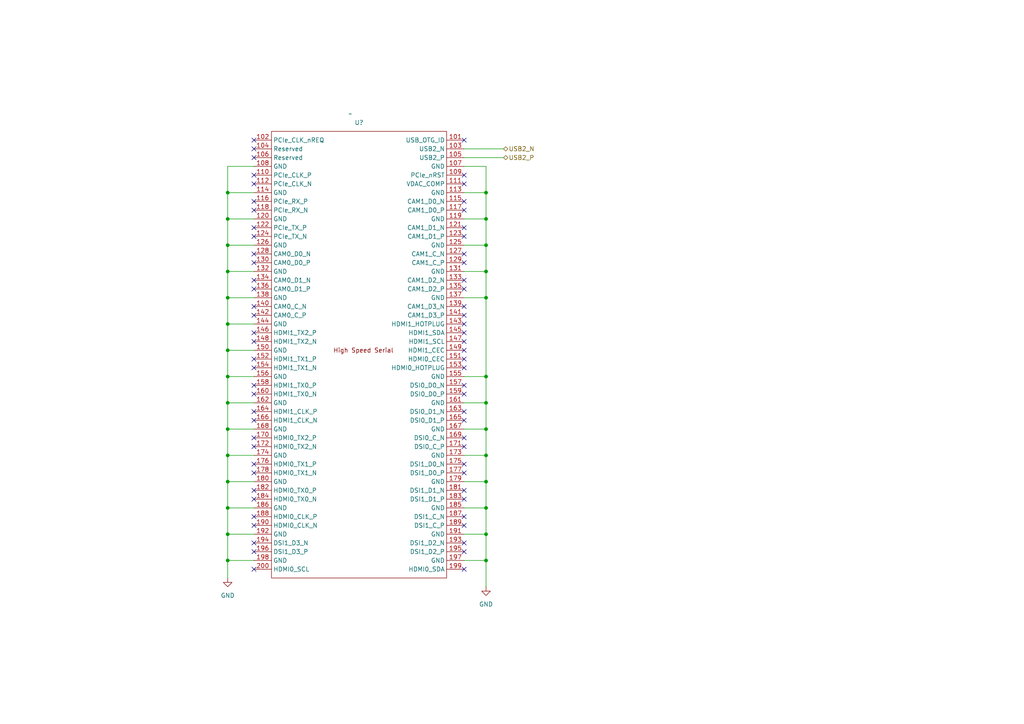
<source format=kicad_sch>
(kicad_sch (version 20230819) (generator eeschema)
  (paper "A4")
  (lib_symbols
    (symbol "Symbol:CM4_Connector_Unit_B"
      (property "Reference" "U" (at 0 0 0))
      (symbol "CM4_Connector_Unit_B_1_1"
        (rectangle (start -22.86 -134.62) (end 27.94 -5.08))
        (text "High Speed Serial" (at 3.81 -68.58 0) (effects (font (size 1.27 1.27))))
        (pin input line (at 33.02 -7.62 180) (length 5.08) (name "USB_OTG_ID") (number "101"))
        (pin input line (at -27.94 -7.62 0) (length 5.08) (name "PCIe_CLK_nREQ") (number "102"))
        (pin passive line (at 33.02 -10.16 180) (length 5.08) (name "USB2_N") (number "103"))
        (pin passive line (at -27.94 -10.16 0) (length 5.08) (name "Reserved") (number "104"))
        (pin passive line (at 33.02 -12.7 180) (length 5.08) (name "USB2_P") (number "105"))
        (pin passive line (at -27.94 -12.7 0) (length 5.08) (name "Reserved") (number "106"))
        (pin power_in line (at 33.02 -15.24 180) (length 5.08) (name "GND") (number "107"))
        (pin power_in line (at -27.94 -15.24 0) (length 5.08) (name "GND") (number "108"))
        (pin bidirectional line (at 33.02 -17.78 180) (length 5.08) (name "PCIe_nRST") (number "109"))
        (pin output line (at -27.94 -17.78 0) (length 5.08) (name "PCIe_CLK_P") (number "110"))
        (pin passive line (at 33.02 -20.32 180) (length 5.08) (name "VDAC_COMP") (number "111"))
        (pin output line (at -27.94 -20.32 0) (length 5.08) (name "PCIe_CLK_N") (number "112"))
        (pin power_in line (at 33.02 -22.86 180) (length 5.08) (name "GND") (number "113"))
        (pin power_in line (at -27.94 -22.86 0) (length 5.08) (name "GND") (number "114"))
        (pin input line (at 33.02 -25.4 180) (length 5.08) (name "CAM1_D0_N") (number "115"))
        (pin input line (at -27.94 -25.4 0) (length 5.08) (name "PCIe_RX_P") (number "116"))
        (pin input line (at 33.02 -27.94 180) (length 5.08) (name "CAM1_D0_P") (number "117"))
        (pin input line (at -27.94 -27.94 0) (length 5.08) (name "PCIe_RX_N") (number "118"))
        (pin power_in line (at 33.02 -30.48 180) (length 5.08) (name "GND") (number "119"))
        (pin power_in line (at -27.94 -30.48 0) (length 5.08) (name "GND") (number "120"))
        (pin input line (at 33.02 -33.02 180) (length 5.08) (name "CAM1_D1_N") (number "121"))
        (pin output line (at -27.94 -33.02 0) (length 5.08) (name "PCIe_TX_P") (number "122"))
        (pin input line (at 33.02 -35.56 180) (length 5.08) (name "CAM1_D1_P") (number "123"))
        (pin output line (at -27.94 -35.56 0) (length 5.08) (name "PCIe_TX_N") (number "124"))
        (pin power_in line (at 33.02 -38.1 180) (length 5.08) (name "GND") (number "125"))
        (pin power_in line (at -27.94 -38.1 0) (length 5.08) (name "GND") (number "126"))
        (pin input line (at 33.02 -40.64 180) (length 5.08) (name "CAM1_C_N") (number "127"))
        (pin input line (at -27.94 -40.64 0) (length 5.08) (name "CAM0_D0_N") (number "128"))
        (pin input line (at 33.02 -43.18 180) (length 5.08) (name "CAM1_C_P") (number "129"))
        (pin input line (at -27.94 -43.18 0) (length 5.08) (name "CAM0_D0_P") (number "130"))
        (pin power_in line (at 33.02 -45.72 180) (length 5.08) (name "GND") (number "131"))
        (pin power_in line (at -27.94 -45.72 0) (length 5.08) (name "GND") (number "132"))
        (pin input line (at 33.02 -48.26 180) (length 5.08) (name "CAM1_D2_N") (number "133"))
        (pin input line (at -27.94 -48.26 0) (length 5.08) (name "CAM0_D1_N") (number "134"))
        (pin input line (at 33.02 -50.8 180) (length 5.08) (name "CAM1_D2_P") (number "135"))
        (pin input line (at -27.94 -50.8 0) (length 5.08) (name "CAM0_D1_P") (number "136"))
        (pin power_in line (at 33.02 -53.34 180) (length 5.08) (name "GND") (number "137"))
        (pin power_in line (at -27.94 -53.34 0) (length 5.08) (name "GND") (number "138"))
        (pin input line (at 33.02 -55.88 180) (length 5.08) (name "CAM1_D3_N") (number "139"))
        (pin input line (at -27.94 -55.88 0) (length 5.08) (name "CAM0_C_N") (number "140"))
        (pin input line (at 33.02 -58.42 180) (length 5.08) (name "CAM1_D3_P") (number "141"))
        (pin input line (at -27.94 -58.42 0) (length 5.08) (name "CAM0_C_P") (number "142"))
        (pin input line (at 33.02 -60.96 180) (length 5.08) (name "HDMI1_HOTPLUG") (number "143"))
        (pin power_in line (at -27.94 -60.96 0) (length 5.08) (name "GND") (number "144"))
        (pin bidirectional line (at 33.02 -63.5 180) (length 5.08) (name "HDMI1_SDA") (number "145"))
        (pin output line (at -27.94 -63.5 0) (length 5.08) (name "HDMI1_TX2_P") (number "146"))
        (pin open_collector line (at 33.02 -66.04 180) (length 5.08) (name "HDMI1_SCL") (number "147"))
        (pin output line (at -27.94 -66.04 0) (length 5.08) (name "HDMI1_TX2_N") (number "148"))
        (pin open_collector line (at 33.02 -68.58 180) (length 5.08) (name "HDMI1_CEC") (number "149"))
        (pin power_in line (at -27.94 -68.58 0) (length 5.08) (name "GND") (number "150"))
        (pin open_collector line (at 33.02 -71.12 180) (length 5.08) (name "HDMI0_CEC") (number "151"))
        (pin output line (at -27.94 -71.12 0) (length 5.08) (name "HDMI1_TX1_P") (number "152"))
        (pin input line (at 33.02 -73.66 180) (length 5.08) (name "HDMI0_HOTPLUG") (number "153"))
        (pin output line (at -27.94 -73.66 0) (length 5.08) (name "HDMI1_TX1_N") (number "154"))
        (pin power_in line (at 33.02 -76.2 180) (length 5.08) (name "GND") (number "155"))
        (pin power_in line (at -27.94 -76.2 0) (length 5.08) (name "GND") (number "156"))
        (pin output line (at 33.02 -78.74 180) (length 5.08) (name "DSI0_D0_N") (number "157"))
        (pin output line (at -27.94 -78.74 0) (length 5.08) (name "HDMI1_TX0_P") (number "158"))
        (pin output line (at 33.02 -81.28 180) (length 5.08) (name "DSI0_D0_P") (number "159"))
        (pin output line (at -27.94 -81.28 0) (length 5.08) (name "HDMI1_TX0_N") (number "160"))
        (pin power_in line (at 33.02 -83.82 180) (length 5.08) (name "GND") (number "161"))
        (pin power_in line (at -27.94 -83.82 0) (length 5.08) (name "GND") (number "162"))
        (pin output line (at 33.02 -86.36 180) (length 5.08) (name "DSI0_D1_N") (number "163"))
        (pin output line (at -27.94 -86.36 0) (length 5.08) (name "HDMI1_CLK_P") (number "164"))
        (pin output line (at 33.02 -88.9 180) (length 5.08) (name "DSI0_D1_P") (number "165"))
        (pin output line (at -27.94 -88.9 0) (length 5.08) (name "HDMI1_CLK_N") (number "166"))
        (pin power_in line (at 33.02 -91.44 180) (length 5.08) (name "GND") (number "167"))
        (pin power_in line (at -27.94 -91.44 0) (length 5.08) (name "GND") (number "168"))
        (pin output line (at 33.02 -93.98 180) (length 5.08) (name "DSI0_C_N") (number "169"))
        (pin output line (at -27.94 -93.98 0) (length 5.08) (name "HDMI0_TX2_P") (number "170"))
        (pin output line (at 33.02 -96.52 180) (length 5.08) (name "DSI0_C_P") (number "171"))
        (pin output line (at -27.94 -96.52 0) (length 5.08) (name "HDMI0_TX2_N") (number "172"))
        (pin power_in line (at 33.02 -99.06 180) (length 5.08) (name "GND") (number "173"))
        (pin power_in line (at -27.94 -99.06 0) (length 5.08) (name "GND") (number "174"))
        (pin output line (at 33.02 -101.6 180) (length 5.08) (name "DSI1_D0_N") (number "175"))
        (pin output line (at -27.94 -101.6 0) (length 5.08) (name "HDMI0_TX1_P") (number "176"))
        (pin output line (at 33.02 -104.14 180) (length 5.08) (name "DSI1_D0_P") (number "177"))
        (pin output line (at -27.94 -104.14 0) (length 5.08) (name "HDMI0_TX1_N") (number "178"))
        (pin power_in line (at 33.02 -106.68 180) (length 5.08) (name "GND") (number "179"))
        (pin power_in line (at -27.94 -106.68 0) (length 5.08) (name "GND") (number "180"))
        (pin output line (at 33.02 -109.22 180) (length 5.08) (name "DSI1_D1_N") (number "181"))
        (pin output line (at -27.94 -109.22 0) (length 5.08) (name "HDMI0_TX0_P") (number "182"))
        (pin output line (at 33.02 -111.76 180) (length 5.08) (name "DSI1_D1_P") (number "183"))
        (pin output line (at -27.94 -111.76 0) (length 5.08) (name "HDMI0_TX0_N") (number "184"))
        (pin power_in line (at 33.02 -114.3 180) (length 5.08) (name "GND") (number "185"))
        (pin power_in line (at -27.94 -114.3 0) (length 5.08) (name "GND") (number "186"))
        (pin output line (at 33.02 -116.84 180) (length 5.08) (name "DSI1_C_N") (number "187"))
        (pin output line (at -27.94 -116.84 0) (length 5.08) (name "HDMI0_CLK_P") (number "188"))
        (pin output line (at 33.02 -119.38 180) (length 5.08) (name "DSI1_C_P") (number "189"))
        (pin output line (at -27.94 -119.38 0) (length 5.08) (name "HDMI0_CLK_N") (number "190"))
        (pin power_in line (at 33.02 -121.92 180) (length 5.08) (name "GND") (number "191"))
        (pin power_in line (at -27.94 -121.92 0) (length 5.08) (name "GND") (number "192"))
        (pin output line (at 33.02 -124.46 180) (length 5.08) (name "DSI1_D2_N") (number "193"))
        (pin output line (at -27.94 -124.46 0) (length 5.08) (name "DSI1_D3_N") (number "194"))
        (pin output line (at 33.02 -127 180) (length 5.08) (name "DSI1_D2_P") (number "195"))
        (pin output line (at -27.94 -127 0) (length 5.08) (name "DSI1_D3_P") (number "196"))
        (pin power_in line (at 33.02 -129.54 180) (length 5.08) (name "GND") (number "197"))
        (pin power_in line (at -27.94 -129.54 0) (length 5.08) (name "GND") (number "198"))
        (pin bidirectional line (at 33.02 -132.08 180) (length 5.08) (name "HDMI0_SDA") (number "199"))
        (pin open_collector line (at -27.94 -132.08 0) (length 5.08) (name "HDMI0_SCL") (number "200"))
      )
    )
    (symbol "power:GND" (power) (pin_names (offset 0))
      (property "Value" "GND" (at 0 -3.81 0))
      (symbol "GND_0_1"
        (polyline (pts (xy 0 0) (xy 0 -1.27) (xy 1.27 -1.27) (xy 0 -2.54) (xy -1.27 -1.27) (xy 0 -1.27)))
      )
      (symbol "GND_1_1"
        (pin power_in line (at 0 0 270) (length 0) hide (name "GND") (number "1"))
      )
    )
  )
  (junction (at 66.04 71.12))
  (junction (at 66.04 147.32))
  (junction (at 66.04 55.88))
  (junction (at 140.97 154.94))
  (junction (at 66.04 78.74))
  (junction (at 140.97 132.08))
  (junction (at 66.04 154.94))
  (junction (at 66.04 132.08))
  (junction (at 140.97 162.56))
  (junction (at 140.97 124.46))
  (junction (at 66.04 86.36))
  (junction (at 140.97 86.36))
  (junction (at 140.97 116.84))
  (junction (at 66.04 116.84))
  (junction (at 66.04 93.98))
  (junction (at 140.97 147.32))
  (junction (at 66.04 124.46))
  (junction (at 140.97 71.12))
  (junction (at 140.97 63.5))
  (junction (at 66.04 162.56))
  (junction (at 140.97 139.7))
  (junction (at 66.04 101.6))
  (junction (at 140.97 109.22))
  (junction (at 140.97 78.74))
  (junction (at 140.97 55.88))
  (junction (at 66.04 139.7))
  (junction (at 66.04 63.5))
  (junction (at 66.04 109.22))
  (no_connect (at 73.66 68.58))
  (no_connect (at 73.66 114.3))
  (no_connect (at 73.66 157.48))
  (no_connect (at 134.62 50.8))
  (no_connect (at 73.66 142.24))
  (no_connect (at 134.62 165.1))
  (no_connect (at 73.66 81.28))
  (no_connect (at 73.66 73.66))
  (no_connect (at 134.62 129.54))
  (no_connect (at 134.62 104.14))
  (no_connect (at 134.62 137.16))
  (no_connect (at 134.62 73.66))
  (no_connect (at 73.66 66.04))
  (no_connect (at 134.62 99.06))
  (no_connect (at 73.66 111.76))
  (no_connect (at 73.66 83.82))
  (no_connect (at 134.62 91.44))
  (no_connect (at 134.62 111.76))
  (no_connect (at 73.66 50.8))
  (no_connect (at 73.66 121.92))
  (no_connect (at 73.66 53.34))
  (no_connect (at 134.62 152.4))
  (no_connect (at 73.66 160.02))
  (no_connect (at 134.62 106.68))
  (no_connect (at 134.62 144.78))
  (no_connect (at 134.62 114.3))
  (no_connect (at 73.66 106.68))
  (no_connect (at 73.66 134.62))
  (no_connect (at 73.66 137.16))
  (no_connect (at 134.62 93.98))
  (no_connect (at 73.66 60.96))
  (no_connect (at 73.66 104.14))
  (no_connect (at 73.66 127))
  (no_connect (at 134.62 101.6))
  (no_connect (at 134.62 40.64))
  (no_connect (at 134.62 53.34))
  (no_connect (at 134.62 60.96))
  (no_connect (at 134.62 134.62))
  (no_connect (at 73.66 45.72))
  (no_connect (at 134.62 83.82))
  (no_connect (at 134.62 127))
  (no_connect (at 73.66 43.18))
  (no_connect (at 134.62 121.92))
  (no_connect (at 73.66 165.1))
  (no_connect (at 73.66 129.54))
  (no_connect (at 73.66 119.38))
  (no_connect (at 134.62 66.04))
  (no_connect (at 73.66 88.9))
  (no_connect (at 134.62 157.48))
  (no_connect (at 73.66 40.64))
  (no_connect (at 73.66 99.06))
  (no_connect (at 134.62 81.28))
  (no_connect (at 134.62 149.86))
  (no_connect (at 134.62 142.24))
  (no_connect (at 134.62 88.9))
  (no_connect (at 73.66 58.42))
  (no_connect (at 134.62 76.2))
  (no_connect (at 73.66 96.52))
  (no_connect (at 73.66 76.2))
  (no_connect (at 134.62 58.42))
  (no_connect (at 73.66 152.4))
  (no_connect (at 73.66 91.44))
  (no_connect (at 73.66 144.78))
  (no_connect (at 134.62 160.02))
  (no_connect (at 134.62 68.58))
  (no_connect (at 73.66 149.86))
  (no_connect (at 134.62 119.38))
  (no_connect (at 134.62 96.52))
  (wire (pts (xy 66.04 116.84) (xy 66.04 124.46)))
  (wire (pts (xy 134.62 139.7) (xy 140.97 139.7)))
  (wire (pts (xy 66.04 86.36) (xy 66.04 93.98)))
  (wire (pts (xy 66.04 132.08) (xy 66.04 139.7)))
  (wire (pts (xy 140.97 86.36) (xy 140.97 109.22)))
  (wire (pts (xy 73.66 154.94) (xy 66.04 154.94)))
  (wire (pts (xy 66.04 147.32) (xy 66.04 154.94)))
  (wire (pts (xy 66.04 55.88) (xy 66.04 63.5)))
  (wire (pts (xy 140.97 147.32) (xy 140.97 154.94)))
  (wire (pts (xy 140.97 48.26) (xy 140.97 55.88)))
  (wire (pts (xy 134.62 162.56) (xy 140.97 162.56)))
  (wire (pts (xy 66.04 93.98) (xy 66.04 101.6)))
  (wire (pts (xy 140.97 154.94) (xy 140.97 162.56)))
  (wire (pts (xy 66.04 63.5) (xy 66.04 71.12)))
  (wire (pts (xy 134.62 147.32) (xy 140.97 147.32)))
  (wire (pts (xy 66.04 109.22) (xy 66.04 116.84)))
  (wire (pts (xy 140.97 55.88) (xy 140.97 63.5)))
  (wire (pts (xy 134.62 48.26) (xy 140.97 48.26)))
  (wire (pts (xy 140.97 116.84) (xy 140.97 124.46)))
  (wire (pts (xy 66.04 48.26) (xy 66.04 55.88)))
  (wire (pts (xy 73.66 86.36) (xy 66.04 86.36)))
  (wire (pts (xy 140.97 139.7) (xy 140.97 147.32)))
  (wire (pts (xy 66.04 139.7) (xy 66.04 147.32)))
  (wire (pts (xy 73.66 93.98) (xy 66.04 93.98)))
  (wire (pts (xy 140.97 124.46) (xy 140.97 132.08)))
  (wire (pts (xy 134.62 116.84) (xy 140.97 116.84)))
  (wire (pts (xy 73.66 116.84) (xy 66.04 116.84)))
  (wire (pts (xy 146.05 43.18) (xy 134.62 43.18)))
  (wire (pts (xy 73.66 101.6) (xy 66.04 101.6)))
  (wire (pts (xy 140.97 78.74) (xy 140.97 86.36)))
  (wire (pts (xy 134.62 55.88) (xy 140.97 55.88)))
  (wire (pts (xy 134.62 124.46) (xy 140.97 124.46)))
  (wire (pts (xy 134.62 63.5) (xy 140.97 63.5)))
  (wire (pts (xy 134.62 132.08) (xy 140.97 132.08)))
  (wire (pts (xy 134.62 78.74) (xy 140.97 78.74)))
  (wire (pts (xy 73.66 147.32) (xy 66.04 147.32)))
  (wire (pts (xy 134.62 109.22) (xy 140.97 109.22)))
  (wire (pts (xy 66.04 154.94) (xy 66.04 162.56)))
  (wire (pts (xy 73.66 124.46) (xy 66.04 124.46)))
  (wire (pts (xy 73.66 132.08) (xy 66.04 132.08)))
  (wire (pts (xy 66.04 167.64) (xy 66.04 162.56)))
  (wire (pts (xy 140.97 109.22) (xy 140.97 116.84)))
  (wire (pts (xy 73.66 71.12) (xy 66.04 71.12)))
  (wire (pts (xy 73.66 109.22) (xy 66.04 109.22)))
  (wire (pts (xy 146.05 45.72) (xy 134.62 45.72)))
  (wire (pts (xy 66.04 124.46) (xy 66.04 132.08)))
  (wire (pts (xy 66.04 78.74) (xy 66.04 86.36)))
  (wire (pts (xy 134.62 71.12) (xy 140.97 71.12)))
  (wire (pts (xy 134.62 154.94) (xy 140.97 154.94)))
  (wire (pts (xy 140.97 132.08) (xy 140.97 139.7)))
  (wire (pts (xy 73.66 55.88) (xy 66.04 55.88)))
  (wire (pts (xy 66.04 162.56) (xy 73.66 162.56)))
  (wire (pts (xy 140.97 63.5) (xy 140.97 71.12)))
  (wire (pts (xy 73.66 63.5) (xy 66.04 63.5)))
  (wire (pts (xy 73.66 139.7) (xy 66.04 139.7)))
  (wire (pts (xy 134.62 86.36) (xy 140.97 86.36)))
  (wire (pts (xy 66.04 71.12) (xy 66.04 78.74)))
  (wire (pts (xy 140.97 71.12) (xy 140.97 78.74)))
  (wire (pts (xy 140.97 162.56) (xy 140.97 170.18)))
  (wire (pts (xy 73.66 48.26) (xy 66.04 48.26)))
  (wire (pts (xy 73.66 78.74) (xy 66.04 78.74)))
  (wire (pts (xy 66.04 101.6) (xy 66.04 109.22)))
  (hierarchical_label "USB2_N" (shape bidirectional) (at 146.05 43.18 0))
  (hierarchical_label "USB2_P" (shape bidirectional) (at 146.05 45.72 0))
  (symbol (lib_id "Symbol:CM4_Connector_Unit_B") (at 101.6 33.02 0) (unit 1)
    (property "Reference" "U?" (at 104.14 35.56 0))
    (property "Value" "~" (at 101.6 33.02 0))
  )
  (symbol (lib_id "power:GND") (at 66.04 167.64 0) (unit 1)
    (property "Reference" "#PWR054" (effects hide))
    (property "Value" "GND" (at 66.04 172.72 0))
    (property "Description" "Power symbol creates a global label with name \"GND\" , ground" (effects hide))
  )
  (symbol (lib_id "power:GND") (at 140.97 170.18 0) (unit 1)
    (property "Reference" "#PWR055" (effects hide))
    (property "Value" "GND" (at 140.97 175.26 0))
    (property "Description" "Power symbol creates a global label with name \"GND\" , ground" (effects hide))
  )
)
</source>
